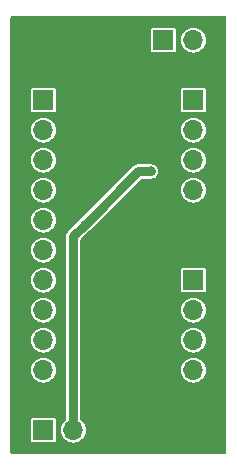
<source format=gbr>
%TF.GenerationSoftware,KiCad,Pcbnew,7.0.2*%
%TF.CreationDate,2024-12-12T08:46:51-06:00*%
%TF.ProjectId,om_ADC,6f6d5f41-4443-42e6-9b69-6361645f7063,rev?*%
%TF.SameCoordinates,Original*%
%TF.FileFunction,Copper,L2,Bot*%
%TF.FilePolarity,Positive*%
%FSLAX46Y46*%
G04 Gerber Fmt 4.6, Leading zero omitted, Abs format (unit mm)*
G04 Created by KiCad (PCBNEW 7.0.2) date 2024-12-12 08:46:51*
%MOMM*%
%LPD*%
G01*
G04 APERTURE LIST*
%TA.AperFunction,ComponentPad*%
%ADD10R,1.700000X1.700000*%
%TD*%
%TA.AperFunction,ComponentPad*%
%ADD11O,1.700000X1.700000*%
%TD*%
%TA.AperFunction,ComponentPad*%
%ADD12C,0.500000*%
%TD*%
%TA.AperFunction,ViaPad*%
%ADD13C,0.800000*%
%TD*%
%TA.AperFunction,ViaPad*%
%ADD14C,0.400000*%
%TD*%
%TA.AperFunction,Conductor*%
%ADD15C,0.800000*%
%TD*%
G04 APERTURE END LIST*
D10*
%TO.P,J5,1,Pin_1*%
%TO.N,Earth*%
X78740000Y-25400000D03*
D11*
%TO.P,J5,2,Pin_2*%
X81280000Y-25400000D03*
%TD*%
D10*
%TO.P,J6,1,Pin_1*%
%TO.N,Earth*%
X88900000Y-58420000D03*
D11*
%TO.P,J6,2,Pin_2*%
X91440000Y-58420000D03*
%TD*%
D10*
%TO.P,J7,1,Pin_1*%
%TO.N,/VREF*%
X88900000Y-25400000D03*
D11*
%TO.P,J7,2,Pin_2*%
X91440000Y-25400000D03*
%TD*%
D10*
%TO.P,J1,1,Pin_1*%
%TO.N,Net-(J1-Pin_1)*%
X91440000Y-30480000D03*
D11*
%TO.P,J1,2,Pin_2*%
%TO.N,Net-(J1-Pin_2)*%
X91440000Y-33020000D03*
%TO.P,J1,3,Pin_3*%
%TO.N,Net-(J1-Pin_3)*%
X91440000Y-35560000D03*
%TO.P,J1,4,Pin_4*%
%TO.N,Net-(J1-Pin_4)*%
X91440000Y-38100000D03*
%TD*%
D10*
%TO.P,J2,1,Pin_1*%
%TO.N,Net-(J2-Pin_1)*%
X91440000Y-45720000D03*
D11*
%TO.P,J2,2,Pin_2*%
%TO.N,Net-(J2-Pin_2)*%
X91440000Y-48260000D03*
%TO.P,J2,3,Pin_3*%
%TO.N,Net-(J2-Pin_3)*%
X91440000Y-50800000D03*
%TO.P,J2,4,Pin_4*%
%TO.N,Net-(J2-Pin_4)*%
X91440000Y-53340000D03*
%TD*%
D12*
%TO.P,U1,0,PAD*%
%TO.N,Earth*%
X86556315Y-41344315D03*
X87687685Y-41344315D03*
X87122000Y-41910000D03*
X86556315Y-42475685D03*
X87687685Y-42475685D03*
%TD*%
D10*
%TO.P,J4,1,Pin_1*%
%TO.N,+3V3*%
X78740000Y-58420000D03*
D11*
%TO.P,J4,2,Pin_2*%
X81280000Y-58420000D03*
%TD*%
D10*
%TO.P,J3,1,Pin_1*%
%TO.N,Net-(J3-Pin_1)*%
X78740000Y-30480000D03*
D11*
%TO.P,J3,2,Pin_2*%
%TO.N,Net-(J3-Pin_2)*%
X78740000Y-33020000D03*
%TO.P,J3,3,Pin_3*%
%TO.N,Net-(J3-Pin_3)*%
X78740000Y-35560000D03*
%TO.P,J3,4,Pin_4*%
%TO.N,Net-(J3-Pin_4)*%
X78740000Y-38100000D03*
%TO.P,J3,5,Pin_5*%
%TO.N,Net-(J3-Pin_5)*%
X78740000Y-40640000D03*
%TO.P,J3,6,Pin_6*%
%TO.N,Net-(J3-Pin_6)*%
X78740000Y-43180000D03*
%TO.P,J3,7,Pin_7*%
%TO.N,Net-(J3-Pin_7)*%
X78740000Y-45720000D03*
%TO.P,J3,8,Pin_8*%
%TO.N,Net-(J3-Pin_8)*%
X78740000Y-48260000D03*
%TO.P,J3,9,Pin_9*%
%TO.N,Net-(J3-Pin_9)*%
X78740000Y-50800000D03*
%TO.P,J3,10,Pin_10*%
%TO.N,Net-(J3-Pin_10)*%
X78740000Y-53340000D03*
%TD*%
D13*
%TO.N,+3V3*%
X82245200Y-41047500D03*
X87857500Y-36525200D03*
%TO.N,Earth*%
X84455000Y-28575000D03*
X84455000Y-31750000D03*
X84455000Y-25400000D03*
X82296000Y-42772500D03*
X81280000Y-28575000D03*
D14*
X86648177Y-44861500D03*
D13*
X90424000Y-41910000D03*
%TD*%
D15*
%TO.N,+3V3*%
X81280000Y-42012700D02*
X81280000Y-58420000D01*
X87857500Y-36525200D02*
X86767500Y-36525200D01*
X82245200Y-41047500D02*
X81280000Y-42012700D01*
X86767500Y-36525200D02*
X82245200Y-41047500D01*
%TD*%
%TA.AperFunction,Conductor*%
%TO.N,Earth*%
G36*
X94177039Y-23388185D02*
G01*
X94222794Y-23440989D01*
X94234000Y-23492500D01*
X94234000Y-60327500D01*
X94214315Y-60394539D01*
X94161511Y-60440294D01*
X94110000Y-60451500D01*
X76070000Y-60451500D01*
X76002961Y-60431815D01*
X75957206Y-60379011D01*
X75946000Y-60327500D01*
X75946000Y-59289748D01*
X77689500Y-59289748D01*
X77701132Y-59348230D01*
X77745447Y-59414552D01*
X77811769Y-59458867D01*
X77870251Y-59470500D01*
X77870252Y-59470500D01*
X79609749Y-59470500D01*
X79638989Y-59464683D01*
X79668231Y-59458867D01*
X79734552Y-59414552D01*
X79778867Y-59348231D01*
X79790500Y-59289748D01*
X79790500Y-58419999D01*
X80224417Y-58419999D01*
X80244699Y-58625932D01*
X80244700Y-58625934D01*
X80304768Y-58823954D01*
X80402315Y-59006450D01*
X80453608Y-59068952D01*
X80533589Y-59166410D01*
X80613570Y-59232047D01*
X80693550Y-59297685D01*
X80876046Y-59395232D01*
X81074066Y-59455300D01*
X81280000Y-59475583D01*
X81485934Y-59455300D01*
X81683954Y-59395232D01*
X81866450Y-59297685D01*
X82026410Y-59166410D01*
X82157685Y-59006450D01*
X82255232Y-58823954D01*
X82315300Y-58625934D01*
X82335583Y-58420000D01*
X82315300Y-58214066D01*
X82255232Y-58016046D01*
X82157685Y-57833550D01*
X82026410Y-57673590D01*
X81925835Y-57591050D01*
X81886501Y-57533304D01*
X81880500Y-57495197D01*
X81880500Y-53340000D01*
X90384417Y-53340000D01*
X90404699Y-53545932D01*
X90404700Y-53545934D01*
X90464768Y-53743954D01*
X90562315Y-53926450D01*
X90613608Y-53988952D01*
X90693589Y-54086410D01*
X90773570Y-54152047D01*
X90853550Y-54217685D01*
X91036046Y-54315232D01*
X91234066Y-54375300D01*
X91440000Y-54395583D01*
X91645934Y-54375300D01*
X91843954Y-54315232D01*
X92026450Y-54217685D01*
X92186410Y-54086410D01*
X92317685Y-53926450D01*
X92415232Y-53743954D01*
X92475300Y-53545934D01*
X92495583Y-53340000D01*
X92475300Y-53134066D01*
X92415232Y-52936046D01*
X92317685Y-52753550D01*
X92252047Y-52673569D01*
X92186410Y-52593589D01*
X92088952Y-52513608D01*
X92026450Y-52462315D01*
X91843954Y-52364768D01*
X91744944Y-52334733D01*
X91645932Y-52304699D01*
X91440000Y-52284417D01*
X91234067Y-52304699D01*
X91036043Y-52364769D01*
X90853551Y-52462314D01*
X90693589Y-52593589D01*
X90562314Y-52753551D01*
X90464769Y-52936043D01*
X90404699Y-53134067D01*
X90384417Y-53340000D01*
X81880500Y-53340000D01*
X81880500Y-50799999D01*
X90384417Y-50799999D01*
X90404699Y-51005932D01*
X90404700Y-51005934D01*
X90464768Y-51203954D01*
X90562315Y-51386450D01*
X90613608Y-51448952D01*
X90693589Y-51546410D01*
X90773569Y-51612047D01*
X90853550Y-51677685D01*
X91036046Y-51775232D01*
X91234066Y-51835300D01*
X91440000Y-51855583D01*
X91645934Y-51835300D01*
X91843954Y-51775232D01*
X92026450Y-51677685D01*
X92186410Y-51546410D01*
X92317685Y-51386450D01*
X92415232Y-51203954D01*
X92475300Y-51005934D01*
X92495583Y-50800000D01*
X92475300Y-50594066D01*
X92415232Y-50396046D01*
X92317685Y-50213550D01*
X92252047Y-50133569D01*
X92186410Y-50053589D01*
X92088952Y-49973608D01*
X92026450Y-49922315D01*
X91843954Y-49824768D01*
X91744944Y-49794733D01*
X91645932Y-49764699D01*
X91440000Y-49744417D01*
X91234067Y-49764699D01*
X91036043Y-49824769D01*
X90853551Y-49922314D01*
X90693589Y-50053589D01*
X90562314Y-50213551D01*
X90464769Y-50396043D01*
X90404699Y-50594067D01*
X90384417Y-50799999D01*
X81880500Y-50799999D01*
X81880500Y-48260000D01*
X90384417Y-48260000D01*
X90404699Y-48465932D01*
X90404700Y-48465934D01*
X90464768Y-48663954D01*
X90562315Y-48846450D01*
X90613608Y-48908952D01*
X90693589Y-49006410D01*
X90773569Y-49072047D01*
X90853550Y-49137685D01*
X91036046Y-49235232D01*
X91234066Y-49295300D01*
X91440000Y-49315583D01*
X91645934Y-49295300D01*
X91843954Y-49235232D01*
X92026450Y-49137685D01*
X92186410Y-49006410D01*
X92317685Y-48846450D01*
X92415232Y-48663954D01*
X92475300Y-48465934D01*
X92495583Y-48260000D01*
X92475300Y-48054066D01*
X92415232Y-47856046D01*
X92317685Y-47673550D01*
X92252047Y-47593569D01*
X92186410Y-47513589D01*
X92088952Y-47433608D01*
X92026450Y-47382315D01*
X91843954Y-47284768D01*
X91744944Y-47254733D01*
X91645932Y-47224699D01*
X91440000Y-47204417D01*
X91234067Y-47224699D01*
X91036043Y-47284769D01*
X90853551Y-47382314D01*
X90693589Y-47513589D01*
X90562314Y-47673551D01*
X90464769Y-47856043D01*
X90404699Y-48054067D01*
X90384417Y-48260000D01*
X81880500Y-48260000D01*
X81880500Y-46589748D01*
X90389500Y-46589748D01*
X90401132Y-46648230D01*
X90445447Y-46714552D01*
X90511769Y-46758867D01*
X90570251Y-46770500D01*
X90570252Y-46770500D01*
X92309749Y-46770500D01*
X92338989Y-46764683D01*
X92368231Y-46758867D01*
X92434552Y-46714552D01*
X92478867Y-46648231D01*
X92490500Y-46589748D01*
X92490500Y-44850252D01*
X92478867Y-44791769D01*
X92478866Y-44791768D01*
X92434552Y-44725447D01*
X92368230Y-44681132D01*
X92309749Y-44669500D01*
X92309748Y-44669500D01*
X90570252Y-44669500D01*
X90570251Y-44669500D01*
X90511769Y-44681132D01*
X90445447Y-44725447D01*
X90401132Y-44791769D01*
X90389500Y-44850251D01*
X90389500Y-46589748D01*
X81880500Y-46589748D01*
X81880500Y-42312796D01*
X81900185Y-42245757D01*
X81916815Y-42225119D01*
X82636243Y-41505690D01*
X82648423Y-41495009D01*
X82673482Y-41475782D01*
X82692709Y-41450723D01*
X82703390Y-41438543D01*
X86041935Y-38099999D01*
X90384417Y-38099999D01*
X90404699Y-38305932D01*
X90404700Y-38305934D01*
X90464768Y-38503954D01*
X90562315Y-38686450D01*
X90613608Y-38748952D01*
X90693589Y-38846410D01*
X90773569Y-38912047D01*
X90853550Y-38977685D01*
X91036046Y-39075232D01*
X91234066Y-39135300D01*
X91440000Y-39155583D01*
X91645934Y-39135300D01*
X91843954Y-39075232D01*
X92026450Y-38977685D01*
X92186410Y-38846410D01*
X92317685Y-38686450D01*
X92415232Y-38503954D01*
X92475300Y-38305934D01*
X92495583Y-38100000D01*
X92475300Y-37894066D01*
X92415232Y-37696046D01*
X92317685Y-37513550D01*
X92252047Y-37433569D01*
X92186410Y-37353589D01*
X92088952Y-37273608D01*
X92026450Y-37222315D01*
X91913645Y-37162019D01*
X91843956Y-37124769D01*
X91843955Y-37124768D01*
X91843954Y-37124768D01*
X91744944Y-37094734D01*
X91645932Y-37064699D01*
X91440000Y-37044417D01*
X91234067Y-37064699D01*
X91036043Y-37124769D01*
X90853551Y-37222314D01*
X90693589Y-37353589D01*
X90562314Y-37513551D01*
X90464769Y-37696043D01*
X90404699Y-37894067D01*
X90384417Y-38099999D01*
X86041935Y-38099999D01*
X86979915Y-37162019D01*
X87041239Y-37128534D01*
X87067597Y-37125700D01*
X87810013Y-37125700D01*
X87826197Y-37126760D01*
X87857500Y-37130882D01*
X88014262Y-37110244D01*
X88160341Y-37049736D01*
X88285782Y-36953482D01*
X88382036Y-36828041D01*
X88442544Y-36681962D01*
X88463182Y-36525200D01*
X88442544Y-36368438D01*
X88382036Y-36222359D01*
X88285782Y-36096917D01*
X88160340Y-36000663D01*
X88014262Y-35940156D01*
X87857500Y-35919517D01*
X87829663Y-35923182D01*
X87826197Y-35923639D01*
X87810013Y-35924700D01*
X86814987Y-35924700D01*
X86798802Y-35923639D01*
X86794876Y-35923122D01*
X86767499Y-35919517D01*
X86732241Y-35924159D01*
X86728139Y-35924700D01*
X86669438Y-35932428D01*
X86610737Y-35940156D01*
X86464661Y-36000662D01*
X86414482Y-36039165D01*
X86339218Y-36096918D01*
X86339216Y-36096919D01*
X86339215Y-36096921D01*
X86319990Y-36121974D01*
X86309298Y-36134165D01*
X81854165Y-40589298D01*
X81841973Y-40599991D01*
X81816917Y-40619218D01*
X81797695Y-40644269D01*
X81787000Y-40656464D01*
X80888965Y-41554498D01*
X80876773Y-41565191D01*
X80851718Y-41584417D01*
X80827550Y-41615915D01*
X80755462Y-41709861D01*
X80694956Y-41855937D01*
X80674317Y-42012699D01*
X80678439Y-42044001D01*
X80679500Y-42060187D01*
X80679500Y-57495197D01*
X80659815Y-57562236D01*
X80634165Y-57591050D01*
X80533590Y-57673589D01*
X80402314Y-57833551D01*
X80304769Y-58016043D01*
X80244699Y-58214067D01*
X80224417Y-58419999D01*
X79790500Y-58419999D01*
X79790500Y-57550252D01*
X79778867Y-57491769D01*
X79778866Y-57491768D01*
X79734552Y-57425447D01*
X79668230Y-57381132D01*
X79609749Y-57369500D01*
X79609748Y-57369500D01*
X77870252Y-57369500D01*
X77870251Y-57369500D01*
X77811769Y-57381132D01*
X77745447Y-57425447D01*
X77701132Y-57491769D01*
X77689500Y-57550251D01*
X77689500Y-59289748D01*
X75946000Y-59289748D01*
X75946000Y-53339999D01*
X77684417Y-53339999D01*
X77704699Y-53545932D01*
X77704700Y-53545934D01*
X77764768Y-53743954D01*
X77862315Y-53926450D01*
X77913608Y-53988952D01*
X77993589Y-54086410D01*
X78073570Y-54152047D01*
X78153550Y-54217685D01*
X78336046Y-54315232D01*
X78534066Y-54375300D01*
X78740000Y-54395583D01*
X78945934Y-54375300D01*
X79143954Y-54315232D01*
X79326450Y-54217685D01*
X79486410Y-54086410D01*
X79617685Y-53926450D01*
X79715232Y-53743954D01*
X79775300Y-53545934D01*
X79795583Y-53340000D01*
X79775300Y-53134066D01*
X79715232Y-52936046D01*
X79617685Y-52753550D01*
X79552047Y-52673570D01*
X79486410Y-52593589D01*
X79388952Y-52513608D01*
X79326450Y-52462315D01*
X79143954Y-52364768D01*
X79044944Y-52334733D01*
X78945932Y-52304699D01*
X78740000Y-52284417D01*
X78534067Y-52304699D01*
X78336043Y-52364769D01*
X78153551Y-52462314D01*
X77993589Y-52593589D01*
X77862314Y-52753551D01*
X77764769Y-52936043D01*
X77704699Y-53134067D01*
X77684417Y-53339999D01*
X75946000Y-53339999D01*
X75946000Y-50800000D01*
X77684417Y-50800000D01*
X77704699Y-51005932D01*
X77704700Y-51005934D01*
X77764768Y-51203954D01*
X77862315Y-51386450D01*
X77913608Y-51448952D01*
X77993589Y-51546410D01*
X78073570Y-51612047D01*
X78153550Y-51677685D01*
X78336046Y-51775232D01*
X78534066Y-51835300D01*
X78740000Y-51855583D01*
X78945934Y-51835300D01*
X79143954Y-51775232D01*
X79326450Y-51677685D01*
X79486410Y-51546410D01*
X79617685Y-51386450D01*
X79715232Y-51203954D01*
X79775300Y-51005934D01*
X79795583Y-50800000D01*
X79775300Y-50594066D01*
X79715232Y-50396046D01*
X79617685Y-50213550D01*
X79552047Y-50133569D01*
X79486410Y-50053589D01*
X79388952Y-49973608D01*
X79326450Y-49922315D01*
X79143954Y-49824768D01*
X79044944Y-49794733D01*
X78945932Y-49764699D01*
X78740000Y-49744417D01*
X78534067Y-49764699D01*
X78336043Y-49824769D01*
X78153551Y-49922314D01*
X77993589Y-50053589D01*
X77862314Y-50213551D01*
X77764769Y-50396043D01*
X77704699Y-50594067D01*
X77684417Y-50800000D01*
X75946000Y-50800000D01*
X75946000Y-48260000D01*
X77684417Y-48260000D01*
X77704699Y-48465932D01*
X77704700Y-48465934D01*
X77764768Y-48663954D01*
X77862315Y-48846450D01*
X77913609Y-48908952D01*
X77993589Y-49006410D01*
X78073570Y-49072047D01*
X78153550Y-49137685D01*
X78336046Y-49235232D01*
X78534066Y-49295300D01*
X78740000Y-49315583D01*
X78945934Y-49295300D01*
X79143954Y-49235232D01*
X79326450Y-49137685D01*
X79486410Y-49006410D01*
X79617685Y-48846450D01*
X79715232Y-48663954D01*
X79775300Y-48465934D01*
X79795583Y-48260000D01*
X79775300Y-48054066D01*
X79715232Y-47856046D01*
X79617685Y-47673550D01*
X79552047Y-47593570D01*
X79486410Y-47513589D01*
X79388952Y-47433608D01*
X79326450Y-47382315D01*
X79143954Y-47284768D01*
X79044944Y-47254733D01*
X78945932Y-47224699D01*
X78762497Y-47206632D01*
X78740000Y-47204417D01*
X78739999Y-47204417D01*
X78534067Y-47224699D01*
X78336043Y-47284769D01*
X78153551Y-47382314D01*
X77993589Y-47513589D01*
X77862314Y-47673551D01*
X77764769Y-47856043D01*
X77704699Y-48054067D01*
X77684417Y-48260000D01*
X75946000Y-48260000D01*
X75946000Y-45719999D01*
X77684417Y-45719999D01*
X77704699Y-45925932D01*
X77704700Y-45925934D01*
X77764768Y-46123954D01*
X77862315Y-46306450D01*
X77913609Y-46368952D01*
X77993589Y-46466410D01*
X78073570Y-46532047D01*
X78153550Y-46597685D01*
X78336046Y-46695232D01*
X78534066Y-46755300D01*
X78740000Y-46775583D01*
X78945934Y-46755300D01*
X79143954Y-46695232D01*
X79326450Y-46597685D01*
X79486410Y-46466410D01*
X79617685Y-46306450D01*
X79715232Y-46123954D01*
X79775300Y-45925934D01*
X79795583Y-45720000D01*
X79775300Y-45514066D01*
X79715232Y-45316046D01*
X79617685Y-45133550D01*
X79552047Y-45053569D01*
X79486410Y-44973589D01*
X79336121Y-44850252D01*
X79326450Y-44842315D01*
X79143954Y-44744768D01*
X79044944Y-44714733D01*
X78945932Y-44684699D01*
X78762497Y-44666632D01*
X78740000Y-44664417D01*
X78739999Y-44664417D01*
X78534067Y-44684699D01*
X78336043Y-44744769D01*
X78153551Y-44842314D01*
X77993589Y-44973589D01*
X77862314Y-45133551D01*
X77764769Y-45316043D01*
X77704699Y-45514067D01*
X77684417Y-45719999D01*
X75946000Y-45719999D01*
X75946000Y-43180000D01*
X77684417Y-43180000D01*
X77704699Y-43385932D01*
X77704700Y-43385934D01*
X77764768Y-43583954D01*
X77862315Y-43766450D01*
X77913608Y-43828952D01*
X77993589Y-43926410D01*
X78073570Y-43992047D01*
X78153550Y-44057685D01*
X78336046Y-44155232D01*
X78534066Y-44215300D01*
X78740000Y-44235583D01*
X78945934Y-44215300D01*
X79143954Y-44155232D01*
X79326450Y-44057685D01*
X79486410Y-43926410D01*
X79617685Y-43766450D01*
X79715232Y-43583954D01*
X79775300Y-43385934D01*
X79795583Y-43180000D01*
X79775300Y-42974066D01*
X79715232Y-42776046D01*
X79617685Y-42593550D01*
X79552047Y-42513570D01*
X79486410Y-42433589D01*
X79339221Y-42312796D01*
X79326450Y-42302315D01*
X79143954Y-42204768D01*
X79044944Y-42174733D01*
X78945932Y-42144699D01*
X78740000Y-42124417D01*
X78534067Y-42144699D01*
X78336043Y-42204769D01*
X78153551Y-42302314D01*
X77993589Y-42433589D01*
X77862314Y-42593551D01*
X77764769Y-42776043D01*
X77704699Y-42974067D01*
X77684417Y-43180000D01*
X75946000Y-43180000D01*
X75946000Y-40640000D01*
X77684417Y-40640000D01*
X77704699Y-40845932D01*
X77704700Y-40845934D01*
X77764768Y-41043954D01*
X77862315Y-41226450D01*
X77913608Y-41288952D01*
X77993589Y-41386410D01*
X78057105Y-41438535D01*
X78153550Y-41517685D01*
X78336046Y-41615232D01*
X78534066Y-41675300D01*
X78740000Y-41695583D01*
X78945934Y-41675300D01*
X79143954Y-41615232D01*
X79326450Y-41517685D01*
X79486410Y-41386410D01*
X79617685Y-41226450D01*
X79715232Y-41043954D01*
X79775300Y-40845934D01*
X79795583Y-40640000D01*
X79775300Y-40434066D01*
X79715232Y-40236046D01*
X79617685Y-40053550D01*
X79552047Y-39973569D01*
X79486410Y-39893589D01*
X79388952Y-39813608D01*
X79326450Y-39762315D01*
X79143954Y-39664768D01*
X79044944Y-39634733D01*
X78945932Y-39604699D01*
X78740000Y-39584417D01*
X78534067Y-39604699D01*
X78336043Y-39664769D01*
X78153551Y-39762314D01*
X77993589Y-39893589D01*
X77862314Y-40053551D01*
X77764769Y-40236043D01*
X77704699Y-40434067D01*
X77684417Y-40640000D01*
X75946000Y-40640000D01*
X75946000Y-38099999D01*
X77684417Y-38099999D01*
X77704699Y-38305932D01*
X77704700Y-38305934D01*
X77764768Y-38503954D01*
X77862315Y-38686450D01*
X77913609Y-38748952D01*
X77993589Y-38846410D01*
X78073570Y-38912047D01*
X78153550Y-38977685D01*
X78336046Y-39075232D01*
X78534066Y-39135300D01*
X78740000Y-39155583D01*
X78945934Y-39135300D01*
X79143954Y-39075232D01*
X79326450Y-38977685D01*
X79486410Y-38846410D01*
X79617685Y-38686450D01*
X79715232Y-38503954D01*
X79775300Y-38305934D01*
X79795583Y-38100000D01*
X79775300Y-37894066D01*
X79715232Y-37696046D01*
X79617685Y-37513550D01*
X79552047Y-37433569D01*
X79486410Y-37353589D01*
X79388952Y-37273609D01*
X79326450Y-37222315D01*
X79213645Y-37162019D01*
X79143956Y-37124769D01*
X79143955Y-37124768D01*
X79143954Y-37124768D01*
X79044944Y-37094733D01*
X78945932Y-37064699D01*
X78762497Y-37046632D01*
X78740000Y-37044417D01*
X78739999Y-37044417D01*
X78534067Y-37064699D01*
X78336043Y-37124769D01*
X78153551Y-37222314D01*
X77993589Y-37353589D01*
X77862314Y-37513551D01*
X77764769Y-37696043D01*
X77704699Y-37894067D01*
X77684417Y-38099999D01*
X75946000Y-38099999D01*
X75946000Y-35560000D01*
X77684417Y-35560000D01*
X77704699Y-35765932D01*
X77704700Y-35765934D01*
X77764768Y-35963954D01*
X77862315Y-36146450D01*
X77913609Y-36208952D01*
X77993589Y-36306410D01*
X78069171Y-36368437D01*
X78153550Y-36437685D01*
X78336046Y-36535232D01*
X78534066Y-36595300D01*
X78740000Y-36615583D01*
X78945934Y-36595300D01*
X79143954Y-36535232D01*
X79326450Y-36437685D01*
X79486410Y-36306410D01*
X79617685Y-36146450D01*
X79715232Y-35963954D01*
X79775300Y-35765934D01*
X79795583Y-35560000D01*
X79795583Y-35559999D01*
X90384417Y-35559999D01*
X90404699Y-35765932D01*
X90404700Y-35765934D01*
X90464768Y-35963954D01*
X90562315Y-36146450D01*
X90613608Y-36208952D01*
X90693589Y-36306410D01*
X90769171Y-36368437D01*
X90853550Y-36437685D01*
X91036046Y-36535232D01*
X91234066Y-36595300D01*
X91440000Y-36615583D01*
X91645934Y-36595300D01*
X91843954Y-36535232D01*
X92026450Y-36437685D01*
X92186410Y-36306410D01*
X92317685Y-36146450D01*
X92415232Y-35963954D01*
X92475300Y-35765934D01*
X92495583Y-35560000D01*
X92475300Y-35354066D01*
X92415232Y-35156046D01*
X92317685Y-34973550D01*
X92252047Y-34893569D01*
X92186410Y-34813589D01*
X92088952Y-34733608D01*
X92026450Y-34682315D01*
X91843954Y-34584768D01*
X91744944Y-34554734D01*
X91645932Y-34524699D01*
X91462497Y-34506632D01*
X91440000Y-34504417D01*
X91439999Y-34504417D01*
X91234067Y-34524699D01*
X91036043Y-34584769D01*
X90853551Y-34682314D01*
X90693589Y-34813589D01*
X90562314Y-34973551D01*
X90464769Y-35156043D01*
X90404699Y-35354067D01*
X90384417Y-35559999D01*
X79795583Y-35559999D01*
X79775300Y-35354066D01*
X79715232Y-35156046D01*
X79617685Y-34973550D01*
X79552047Y-34893569D01*
X79486410Y-34813589D01*
X79388952Y-34733608D01*
X79326450Y-34682315D01*
X79143954Y-34584768D01*
X79044944Y-34554734D01*
X78945932Y-34524699D01*
X78740000Y-34504417D01*
X78534067Y-34524699D01*
X78336043Y-34584769D01*
X78153551Y-34682314D01*
X77993589Y-34813589D01*
X77862314Y-34973551D01*
X77764769Y-35156043D01*
X77704699Y-35354067D01*
X77684417Y-35560000D01*
X75946000Y-35560000D01*
X75946000Y-33019999D01*
X77684417Y-33019999D01*
X77704699Y-33225932D01*
X77704700Y-33225934D01*
X77764768Y-33423954D01*
X77862315Y-33606450D01*
X77913608Y-33668952D01*
X77993589Y-33766410D01*
X78073570Y-33832047D01*
X78153550Y-33897685D01*
X78336046Y-33995232D01*
X78534066Y-34055300D01*
X78740000Y-34075583D01*
X78945934Y-34055300D01*
X79143954Y-33995232D01*
X79326450Y-33897685D01*
X79486410Y-33766410D01*
X79617685Y-33606450D01*
X79715232Y-33423954D01*
X79775300Y-33225934D01*
X79795583Y-33020000D01*
X90384417Y-33020000D01*
X90404699Y-33225932D01*
X90404700Y-33225934D01*
X90464768Y-33423954D01*
X90562315Y-33606450D01*
X90613609Y-33668952D01*
X90693589Y-33766410D01*
X90773569Y-33832047D01*
X90853550Y-33897685D01*
X91036046Y-33995232D01*
X91234066Y-34055300D01*
X91440000Y-34075583D01*
X91645934Y-34055300D01*
X91843954Y-33995232D01*
X92026450Y-33897685D01*
X92186410Y-33766410D01*
X92317685Y-33606450D01*
X92415232Y-33423954D01*
X92475300Y-33225934D01*
X92495583Y-33020000D01*
X92475300Y-32814066D01*
X92415232Y-32616046D01*
X92317685Y-32433550D01*
X92252047Y-32353569D01*
X92186410Y-32273589D01*
X92088952Y-32193608D01*
X92026450Y-32142315D01*
X91843954Y-32044768D01*
X91744944Y-32014734D01*
X91645932Y-31984699D01*
X91440000Y-31964417D01*
X91234067Y-31984699D01*
X91036043Y-32044769D01*
X90853551Y-32142314D01*
X90693589Y-32273589D01*
X90562314Y-32433551D01*
X90464769Y-32616043D01*
X90404699Y-32814067D01*
X90384417Y-33020000D01*
X79795583Y-33020000D01*
X79775300Y-32814066D01*
X79715232Y-32616046D01*
X79617685Y-32433550D01*
X79552047Y-32353569D01*
X79486410Y-32273589D01*
X79388952Y-32193609D01*
X79326450Y-32142315D01*
X79143954Y-32044768D01*
X79044944Y-32014734D01*
X78945932Y-31984699D01*
X78762497Y-31966632D01*
X78740000Y-31964417D01*
X78739999Y-31964417D01*
X78534067Y-31984699D01*
X78336043Y-32044769D01*
X78153551Y-32142314D01*
X77993589Y-32273589D01*
X77862314Y-32433551D01*
X77764769Y-32616043D01*
X77704699Y-32814067D01*
X77684417Y-33019999D01*
X75946000Y-33019999D01*
X75946000Y-31349748D01*
X77689500Y-31349748D01*
X77701132Y-31408230D01*
X77745447Y-31474552D01*
X77811769Y-31518867D01*
X77870251Y-31530500D01*
X77870252Y-31530500D01*
X79609749Y-31530500D01*
X79638989Y-31524683D01*
X79668231Y-31518867D01*
X79734552Y-31474552D01*
X79778867Y-31408231D01*
X79790500Y-31349748D01*
X90389500Y-31349748D01*
X90401132Y-31408230D01*
X90445447Y-31474552D01*
X90511769Y-31518867D01*
X90570251Y-31530500D01*
X90570252Y-31530500D01*
X92309749Y-31530500D01*
X92338989Y-31524683D01*
X92368231Y-31518867D01*
X92434552Y-31474552D01*
X92478867Y-31408231D01*
X92490500Y-31349748D01*
X92490500Y-29610252D01*
X92478867Y-29551769D01*
X92478866Y-29551769D01*
X92434552Y-29485447D01*
X92368230Y-29441132D01*
X92309749Y-29429500D01*
X92309748Y-29429500D01*
X90570252Y-29429500D01*
X90570251Y-29429500D01*
X90511769Y-29441132D01*
X90445447Y-29485447D01*
X90401132Y-29551769D01*
X90389500Y-29610251D01*
X90389500Y-31349748D01*
X79790500Y-31349748D01*
X79790500Y-29610252D01*
X79778867Y-29551769D01*
X79778866Y-29551768D01*
X79734552Y-29485447D01*
X79668230Y-29441132D01*
X79609749Y-29429500D01*
X79609748Y-29429500D01*
X77870252Y-29429500D01*
X77870251Y-29429500D01*
X77811769Y-29441132D01*
X77745447Y-29485447D01*
X77701132Y-29551769D01*
X77689500Y-29610251D01*
X77689500Y-31349748D01*
X75946000Y-31349748D01*
X75946000Y-26269748D01*
X87849500Y-26269748D01*
X87861132Y-26328230D01*
X87905447Y-26394552D01*
X87971769Y-26438867D01*
X88030251Y-26450500D01*
X88030252Y-26450500D01*
X89769749Y-26450500D01*
X89798989Y-26444683D01*
X89828231Y-26438867D01*
X89894552Y-26394552D01*
X89938867Y-26328231D01*
X89950500Y-26269748D01*
X89950500Y-25400000D01*
X90384417Y-25400000D01*
X90404699Y-25605932D01*
X90404700Y-25605934D01*
X90464768Y-25803954D01*
X90562315Y-25986450D01*
X90613609Y-26048952D01*
X90693589Y-26146410D01*
X90773569Y-26212047D01*
X90853550Y-26277685D01*
X91036046Y-26375232D01*
X91234066Y-26435300D01*
X91440000Y-26455583D01*
X91645934Y-26435300D01*
X91843954Y-26375232D01*
X92026450Y-26277685D01*
X92186410Y-26146410D01*
X92317685Y-25986450D01*
X92415232Y-25803954D01*
X92475300Y-25605934D01*
X92495583Y-25400000D01*
X92475300Y-25194066D01*
X92415232Y-24996046D01*
X92317685Y-24813550D01*
X92252047Y-24733569D01*
X92186410Y-24653589D01*
X92036121Y-24530252D01*
X92026450Y-24522315D01*
X91843954Y-24424768D01*
X91744944Y-24394734D01*
X91645932Y-24364699D01*
X91440000Y-24344417D01*
X91234067Y-24364699D01*
X91036043Y-24424769D01*
X90853551Y-24522314D01*
X90693589Y-24653589D01*
X90562314Y-24813551D01*
X90464769Y-24996043D01*
X90404699Y-25194067D01*
X90384417Y-25400000D01*
X89950500Y-25400000D01*
X89950500Y-24530252D01*
X89938867Y-24471769D01*
X89938866Y-24471769D01*
X89894552Y-24405447D01*
X89828230Y-24361132D01*
X89769749Y-24349500D01*
X89769748Y-24349500D01*
X88030252Y-24349500D01*
X88030251Y-24349500D01*
X87971769Y-24361132D01*
X87905447Y-24405447D01*
X87861132Y-24471769D01*
X87849500Y-24530251D01*
X87849500Y-26269748D01*
X75946000Y-26269748D01*
X75946000Y-23492500D01*
X75965685Y-23425461D01*
X76018489Y-23379706D01*
X76070000Y-23368500D01*
X94110000Y-23368500D01*
X94177039Y-23388185D01*
G37*
%TD.AperFunction*%
%TD*%
M02*

</source>
